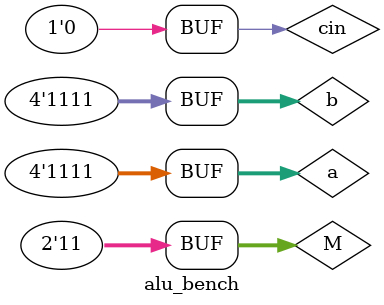
<source format=v>
`ifndef ALU_BENCH
`define ALU_BENCH
`include "alu_4_bits.v"

module alu_bench;
    reg[3:0] a, b;
    reg cin;
    reg [1:0] M;
    wire  [3:0] f;
    wire cout;

    alu_4_bits alu_test(f, cout, a, b, cin, M);
    initial
    $monitor("time=%d, a = %b, b = %b, cin = %b, M = %b, f = %b, cout = %b", $time, a, b, cin, M, f, cout);

    initial begin
        $dumpfile("alu_bench.vcd");
        $dumpvars(0, alu_bench);
        a = 4'b0000;
        b = 4'b0000;
        M = 2'b00;
        cin = 0;
        begin
            #10; a = 4'b0000; b = 4'b0000; M = 2'b00; cin=1;
            #10; a = 4'b0001; b = 4'b0001; M = 2'b01; cin=0;
            #10; a = 4'b0010; b = 4'b0010; M = 2'b10; cin=1;
            #10; a = 4'b0011; b = 4'b0011; M = 2'b11; cin=0;
            #10; a = 4'b0100; b = 4'b0100; M = 2'b00; cin=1;
            #10; a = 4'b0101; b = 4'b0101; M = 2'b01; cin=0;
            #10; a = 4'b0110; b = 4'b0110; M = 2'b10; cin=1;
            #10; a = 4'b0111; b = 4'b0111; M = 2'b11; cin=0;
            #10; a = 4'b1000; b = 4'b1000; M = 2'b00; cin=1;
            #10; a = 4'b1001; b = 4'b1001; M = 2'b01; cin=0;
            #10; a = 4'b1010; b = 4'b1010; M = 2'b10; cin=1;
            #10; a = 4'b1011; b = 4'b1011; M = 2'b11; cin=0;
            #10; a = 4'b1100; b = 4'b1100; M = 2'b00; cin=1;
            #10; a = 4'b1101; b = 4'b1101; M = 2'b01; cin=0;
            #10; a = 4'b1110; b = 4'b1110; M = 2'b10; cin=1;
            #10; a = 4'b1111; b = 4'b1111; M = 2'b11; cin=0;
        end
    end



endmodule




`endif
</source>
